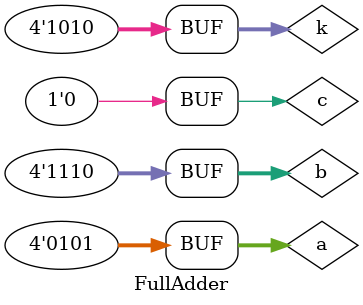
<source format=v>
module CLA(a,b,c,s,co);
	input [3:0] a,b;
	input [0:0] c;
	output [4:0] s;
	output [0:0] co;
	wire [0:0] cx0, cx1, cx2;
	Carry c1(.a(a[0:0]), .b(b[0:0]), .c(c[0:0]), .s(s[0:0]), .co(cx0[0:0]));
	Carry c2(.a(a[1:1]), .b(b[1:1]), .c(cx0[0:0]), .s(s[1:1]), .co(cx1[0:0]));
	Carry c3(.a(a[2:2]), .b(b[2:2]), .c(cx1[0:0]), .s(s[2:2]), .co(cx2[0:0]));
	Carry c4(.a(a[3:3]), .b(b[3:3]), .c(cx2[0:0]), .s(s[3:3]), .co(s[4:4]));
	assign co[0:0] = s[4:4];
endmodule

module Oracle(a,k,enca);
	input [3:0] a;
	input [3:0] k;
	output [3:0] enca;
	assign enca[3:0] = a[3:0] ^ k[3:0];
endmodule

module Carry(a,b,c,s,co);
	input [0:0] a;
	input [0:0] b;
	input [0:0] c;
	output [0:0] s;
	output [0:0] co;
	wire [0:0] out1, out2, out3, out4;
	assign out1 = a & b;
	assign out2 = a ^ b;
	assign out3 = out2 & c;
	assign co = out3 | out1;
	assign out4 = a ^ b;
	assign s = out4 ^ c;
endmodule

 module FullAdder;
	reg [3:0] a;
	reg [3:0] b;
	reg [0:0] c;
	reg [3:0] k;
	wire [3:0] enca;
	wire [4:0] s;
	wire [0:0] co;
	Oracle ora (.a(a), .k(k), .enca(enca));
	CLA cla (.a(enca), .b(b), .c(c), .s(s), .co(co));
	initial begin
	k='b1010;
  	a=5;
  	b=14;
  	c=0;
  	$dumpfile(" 16.vcd");
	$dumpvars;
	end
endmodule

</source>
